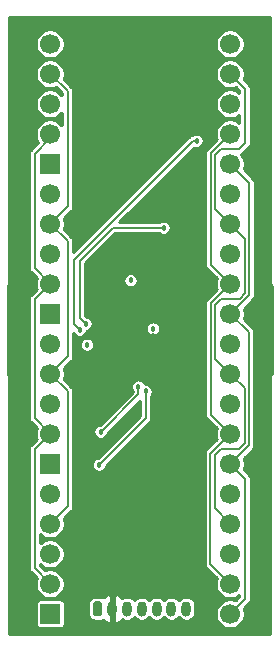
<source format=gbr>
%TF.GenerationSoftware,KiCad,Pcbnew,5.1.9-73d0e3b20d~88~ubuntu20.04.1*%
%TF.CreationDate,2021-03-05T17:28:59-06:00*%
%TF.ProjectId,portalgun-display,706f7274-616c-4677-956e-2d646973706c,rev?*%
%TF.SameCoordinates,Original*%
%TF.FileFunction,Copper,L1,Top*%
%TF.FilePolarity,Positive*%
%FSLAX46Y46*%
G04 Gerber Fmt 4.6, Leading zero omitted, Abs format (unit mm)*
G04 Created by KiCad (PCBNEW 5.1.9-73d0e3b20d~88~ubuntu20.04.1) date 2021-03-05 17:28:59*
%MOMM*%
%LPD*%
G01*
G04 APERTURE LIST*
%TA.AperFunction,ComponentPad*%
%ADD10C,1.700000*%
%TD*%
%TA.AperFunction,ComponentPad*%
%ADD11R,1.700000X1.700000*%
%TD*%
%TA.AperFunction,ComponentPad*%
%ADD12O,0.800000X1.300000*%
%TD*%
%TA.AperFunction,ViaPad*%
%ADD13C,0.457200*%
%TD*%
%TA.AperFunction,Conductor*%
%ADD14C,0.203200*%
%TD*%
%TA.AperFunction,Conductor*%
%ADD15C,0.254000*%
%TD*%
%TA.AperFunction,Conductor*%
%ADD16C,0.100000*%
%TD*%
G04 APERTURE END LIST*
D10*
%TO.P,U6,10*%
%TO.N,/segment_e*%
X135890000Y-100076000D03*
%TO.P,U6,9*%
%TO.N,/segment_d*%
X135890000Y-97536000D03*
%TO.P,U6,8*%
%TO.N,Net-(Q2-Pad3)*%
X135890000Y-94996000D03*
%TO.P,U6,7*%
%TO.N,/segment_c*%
X135890000Y-92456000D03*
%TO.P,U6,6*%
%TO.N,/decimal_point*%
X135890000Y-89916000D03*
%TO.P,U6,5*%
%TO.N,/segment_b*%
X120650000Y-89916000D03*
%TO.P,U6,4*%
%TO.N,/segment_a*%
X120650000Y-92456000D03*
%TO.P,U6,3*%
%TO.N,Net-(U6-Pad3)*%
X120650000Y-94996000D03*
%TO.P,U6,2*%
%TO.N,/segment_f*%
X120650000Y-97536000D03*
D11*
%TO.P,U6,1*%
%TO.N,/segment_g*%
X120650000Y-100076000D03*
%TD*%
D10*
%TO.P,U8,10*%
%TO.N,/segment_e*%
X135890000Y-112776000D03*
%TO.P,U8,9*%
%TO.N,/segment_d*%
X135890000Y-110236000D03*
%TO.P,U8,8*%
%TO.N,Net-(Q3-Pad3)*%
X135890000Y-107696000D03*
%TO.P,U8,7*%
%TO.N,/segment_c*%
X135890000Y-105156000D03*
%TO.P,U8,6*%
%TO.N,/decimal_point*%
X135890000Y-102616000D03*
%TO.P,U8,5*%
%TO.N,/segment_b*%
X120650000Y-102616000D03*
%TO.P,U8,4*%
%TO.N,/segment_a*%
X120650000Y-105156000D03*
%TO.P,U8,3*%
%TO.N,Net-(U8-Pad3)*%
X120650000Y-107696000D03*
%TO.P,U8,2*%
%TO.N,/segment_f*%
X120650000Y-110236000D03*
D11*
%TO.P,U8,1*%
%TO.N,/segment_g*%
X120650000Y-112776000D03*
%TD*%
D10*
%TO.P,U9,10*%
%TO.N,/segment_e*%
X135890000Y-125476000D03*
%TO.P,U9,9*%
%TO.N,/segment_d*%
X135890000Y-122936000D03*
%TO.P,U9,8*%
%TO.N,Net-(Q4-Pad3)*%
X135890000Y-120396000D03*
%TO.P,U9,7*%
%TO.N,/segment_c*%
X135890000Y-117856000D03*
%TO.P,U9,6*%
%TO.N,/decimal_point*%
X135890000Y-115316000D03*
%TO.P,U9,5*%
%TO.N,/segment_b*%
X120650000Y-115316000D03*
%TO.P,U9,4*%
%TO.N,/segment_a*%
X120650000Y-117856000D03*
%TO.P,U9,3*%
%TO.N,Net-(U9-Pad3)*%
X120650000Y-120396000D03*
%TO.P,U9,2*%
%TO.N,/segment_f*%
X120650000Y-122936000D03*
D11*
%TO.P,U9,1*%
%TO.N,/segment_g*%
X120650000Y-125476000D03*
%TD*%
D10*
%TO.P,U5,10*%
%TO.N,/segment_e*%
X135890000Y-87376000D03*
%TO.P,U5,9*%
%TO.N,/segment_d*%
X135890000Y-84836000D03*
%TO.P,U5,8*%
%TO.N,Net-(Q1-Pad3)*%
X135890000Y-82296000D03*
%TO.P,U5,7*%
%TO.N,/segment_c*%
X135890000Y-79756000D03*
%TO.P,U5,6*%
%TO.N,/decimal_point*%
X135890000Y-77216000D03*
%TO.P,U5,5*%
%TO.N,/segment_b*%
X120650000Y-77216000D03*
%TO.P,U5,4*%
%TO.N,/segment_a*%
X120650000Y-79756000D03*
%TO.P,U5,3*%
%TO.N,Net-(U5-Pad3)*%
X120650000Y-82296000D03*
%TO.P,U5,2*%
%TO.N,/segment_f*%
X120650000Y-84836000D03*
D11*
%TO.P,U5,1*%
%TO.N,/segment_g*%
X120650000Y-87376000D03*
%TD*%
D12*
%TO.P,J1,7*%
%TO.N,Net-(J1-Pad7)*%
X132156700Y-125051000D03*
%TO.P,J1,6*%
%TO.N,Net-(J1-Pad6)*%
X130906700Y-125051000D03*
%TO.P,J1,5*%
%TO.N,Net-(J1-Pad5)*%
X129656700Y-125051000D03*
%TO.P,J1,4*%
%TO.N,Net-(J1-Pad4)*%
X128406700Y-125051000D03*
%TO.P,J1,3*%
%TO.N,Net-(J1-Pad3)*%
X127156700Y-125051000D03*
%TO.P,J1,2*%
%TO.N,GND*%
X125906700Y-125051000D03*
%TO.P,J1,1*%
%TO.N,VBAT*%
%TA.AperFunction,ComponentPad*%
G36*
G01*
X124256700Y-125501000D02*
X124256700Y-124601000D01*
G75*
G02*
X124456700Y-124401000I200000J0D01*
G01*
X124856700Y-124401000D01*
G75*
G02*
X125056700Y-124601000I0J-200000D01*
G01*
X125056700Y-125501000D01*
G75*
G02*
X124856700Y-125701000I-200000J0D01*
G01*
X124456700Y-125701000D01*
G75*
G02*
X124256700Y-125501000I0J200000D01*
G01*
G37*
%TD.AperFunction*%
%TD*%
D13*
%TO.N,GND*%
X121608700Y-121749000D03*
X126053700Y-117304000D03*
X129101700Y-117304000D03*
X124656700Y-117304000D03*
X124656700Y-97238000D03*
X123640700Y-102064000D03*
X123767700Y-104604000D03*
X125418700Y-105747000D03*
X124529688Y-105747000D03*
X129367260Y-101942490D03*
X132911700Y-99905000D03*
X127641210Y-117304000D03*
X130244700Y-106001000D03*
X130244700Y-107017000D03*
X133038700Y-107271000D03*
X129990700Y-110319000D03*
X131514700Y-111081000D03*
X131514700Y-114129000D03*
X129990700Y-113621000D03*
X133292700Y-114129000D03*
X133292700Y-111081000D03*
X133038700Y-116923000D03*
X131514700Y-119463000D03*
X127704700Y-121495000D03*
X126180700Y-121495000D03*
X129228700Y-121495000D03*
X122878700Y-121495000D03*
X125164700Y-123527000D03*
X125926700Y-126321000D03*
X126942700Y-96095000D03*
X124402700Y-91269000D03*
X123386700Y-88729000D03*
X131260700Y-85173000D03*
X130244700Y-84157000D03*
%TO.N,VBAT*%
X127450700Y-97238000D03*
X123767700Y-102699000D03*
X129355700Y-101327387D03*
%TO.N,Net-(R27-Pad1)*%
X124783700Y-112859000D03*
X128720700Y-106636000D03*
%TO.N,Net-(R28-Pad1)*%
X128106912Y-106233788D03*
X124910700Y-110065000D03*
%TO.N,/display_en0*%
X123132700Y-101429000D03*
X133038700Y-85427000D03*
%TO.N,/display_en1*%
X123640700Y-100921000D03*
X130244700Y-92793000D03*
%TD*%
D14*
%TO.N,Net-(R27-Pad1)*%
X128720700Y-108922000D02*
X124783700Y-112859000D01*
X128720700Y-106636000D02*
X128720700Y-108922000D01*
%TO.N,Net-(R28-Pad1)*%
X128106912Y-106233788D02*
X128106912Y-106868788D01*
X128106912Y-106868788D02*
X124910700Y-110065000D01*
%TO.N,/display_en0*%
X123132700Y-101429000D02*
X122624700Y-100921000D01*
X122624700Y-100921000D02*
X122624700Y-95517711D01*
X122624700Y-95517711D02*
X132715411Y-85427000D01*
X132715411Y-85427000D02*
X133038700Y-85427000D01*
%TO.N,/display_en1*%
X123640700Y-100921000D02*
X123132700Y-100413000D01*
X123132700Y-100413000D02*
X123132700Y-95587000D01*
X125926700Y-92793000D02*
X130244700Y-92793000D01*
X123132700Y-95587000D02*
X125926700Y-92793000D01*
%TO.N,/segment_a*%
X122116700Y-106622700D02*
X120650000Y-105156000D01*
X122116700Y-116389300D02*
X122116700Y-106622700D01*
X120650000Y-117856000D02*
X122116700Y-116389300D01*
X122116700Y-93922700D02*
X120650000Y-92456000D01*
X122116700Y-103689300D02*
X122116700Y-93922700D01*
X120650000Y-105156000D02*
X122116700Y-103689300D01*
X122116700Y-81222700D02*
X120650000Y-79756000D01*
X122116700Y-90989300D02*
X122116700Y-81222700D01*
X120650000Y-92456000D02*
X122116700Y-90989300D01*
%TO.N,/segment_c*%
X137160000Y-85598000D02*
X137160000Y-81026000D01*
X136652000Y-86106000D02*
X137160000Y-85598000D01*
X135128000Y-86106000D02*
X136652000Y-86106000D01*
X137160000Y-81026000D02*
X135890000Y-79756000D01*
X134620000Y-86614000D02*
X135128000Y-86106000D01*
X134620000Y-91186000D02*
X134620000Y-86614000D01*
X135890000Y-92456000D02*
X134620000Y-91186000D01*
X137160000Y-98328792D02*
X136682792Y-98806000D01*
X134620000Y-99334608D02*
X134620000Y-103886000D01*
X135890000Y-92456000D02*
X137160000Y-93726000D01*
X137160000Y-93726000D02*
X137160000Y-98328792D01*
X136682792Y-98806000D02*
X135148608Y-98806000D01*
X135148608Y-98806000D02*
X134620000Y-99334608D01*
X134620000Y-103886000D02*
X135890000Y-105156000D01*
X134562700Y-112071300D02*
X134562700Y-116528700D01*
X135128000Y-111506000D02*
X134562700Y-112071300D01*
X136652000Y-111506000D02*
X135128000Y-111506000D01*
X137102700Y-111055300D02*
X136652000Y-111506000D01*
X137102700Y-106368700D02*
X137102700Y-111055300D01*
X134562700Y-116528700D02*
X135890000Y-117856000D01*
X135890000Y-105156000D02*
X137102700Y-106368700D01*
%TO.N,/segment_d*%
X135890000Y-84836000D02*
X134264389Y-86461611D01*
X134264389Y-86461611D02*
X134264389Y-95910389D01*
X134264389Y-95910389D02*
X135890000Y-97536000D01*
X134207089Y-121253089D02*
X134207089Y-111918911D01*
X135890000Y-122936000D02*
X134207089Y-121253089D01*
X134207089Y-111918911D02*
X135890000Y-110236000D01*
X134264389Y-99187311D02*
X135890000Y-97561700D01*
X134264389Y-108610389D02*
X134264389Y-99187311D01*
X135890000Y-97561700D02*
X135890000Y-97536000D01*
X135890000Y-110236000D02*
X134264389Y-108610389D01*
%TO.N,/segment_e*%
X137160000Y-114046000D02*
X135890000Y-112776000D01*
X137160000Y-124206000D02*
X137160000Y-114046000D01*
X135890000Y-125476000D02*
X137160000Y-124206000D01*
X135915700Y-100076000D02*
X135890000Y-100076000D01*
X137515611Y-98476089D02*
X135915700Y-100076000D01*
X135890000Y-87376000D02*
X137515611Y-89001611D01*
X137515611Y-89001611D02*
X137515611Y-98476089D01*
X137458311Y-111207689D02*
X137458311Y-101644311D01*
X135890000Y-112776000D02*
X137458311Y-111207689D01*
X137458311Y-101644311D02*
X135890000Y-100076000D01*
%TO.N,/segment_f*%
X119322700Y-111563300D02*
X120650000Y-110236000D01*
X119322700Y-121608700D02*
X119322700Y-111563300D01*
X120650000Y-122936000D02*
X119322700Y-121608700D01*
X119322700Y-98863300D02*
X120650000Y-97536000D01*
X119322700Y-108908700D02*
X119322700Y-98863300D01*
X120650000Y-110236000D02*
X119322700Y-108908700D01*
X120650000Y-85218798D02*
X120650000Y-84836000D01*
X119322700Y-86546098D02*
X120650000Y-85218798D01*
X119322700Y-96208700D02*
X119322700Y-86546098D01*
X120650000Y-97536000D02*
X119322700Y-96208700D01*
%TD*%
D15*
%TO.N,GND*%
X139236700Y-97345059D02*
X139234736Y-97365000D01*
X139242575Y-97444590D01*
X139265790Y-97521121D01*
X139303490Y-97591653D01*
X139354226Y-97653474D01*
X139416047Y-97704210D01*
X139446000Y-97720220D01*
X139446000Y-105137780D01*
X139416047Y-105153790D01*
X139354226Y-105204526D01*
X139303490Y-105266347D01*
X139265790Y-105336879D01*
X139242575Y-105413410D01*
X139234736Y-105493000D01*
X139236701Y-105512951D01*
X139236700Y-127185000D01*
X117188700Y-127185000D01*
X117188700Y-124626000D01*
X119417157Y-124626000D01*
X119417157Y-126326000D01*
X119424513Y-126400689D01*
X119446299Y-126472508D01*
X119481678Y-126538696D01*
X119529289Y-126596711D01*
X119587304Y-126644322D01*
X119653492Y-126679701D01*
X119725311Y-126701487D01*
X119800000Y-126708843D01*
X121500000Y-126708843D01*
X121574689Y-126701487D01*
X121646508Y-126679701D01*
X121712696Y-126644322D01*
X121770711Y-126596711D01*
X121818322Y-126538696D01*
X121853701Y-126472508D01*
X121875487Y-126400689D01*
X121882843Y-126326000D01*
X121882843Y-124626000D01*
X121880381Y-124601000D01*
X123873857Y-124601000D01*
X123873857Y-125501000D01*
X123885056Y-125614707D01*
X123918223Y-125724044D01*
X123972084Y-125824810D01*
X124044568Y-125913132D01*
X124132890Y-125985616D01*
X124233656Y-126039477D01*
X124342993Y-126072644D01*
X124456700Y-126083843D01*
X124856700Y-126083843D01*
X124970407Y-126072644D01*
X125079744Y-126039477D01*
X125137800Y-126008445D01*
X125194417Y-126072112D01*
X125358540Y-126196255D01*
X125543728Y-126285994D01*
X125620577Y-126295666D01*
X125779700Y-126167998D01*
X125779700Y-125178000D01*
X125759700Y-125178000D01*
X125759700Y-124924000D01*
X125779700Y-124924000D01*
X125779700Y-123934002D01*
X126033700Y-123934002D01*
X126033700Y-124924000D01*
X126053700Y-124924000D01*
X126053700Y-125178000D01*
X126033700Y-125178000D01*
X126033700Y-126167998D01*
X126192823Y-126295666D01*
X126269672Y-126285994D01*
X126454860Y-126196255D01*
X126618983Y-126072112D01*
X126723239Y-125954875D01*
X126856379Y-126026040D01*
X127003598Y-126070699D01*
X127156700Y-126085778D01*
X127309803Y-126070699D01*
X127457022Y-126026040D01*
X127592699Y-125953519D01*
X127711622Y-125855922D01*
X127781700Y-125770531D01*
X127851779Y-125855922D01*
X127970702Y-125953519D01*
X128106379Y-126026040D01*
X128253598Y-126070699D01*
X128406700Y-126085778D01*
X128559803Y-126070699D01*
X128707022Y-126026040D01*
X128842699Y-125953519D01*
X128961622Y-125855922D01*
X129031700Y-125770531D01*
X129101779Y-125855922D01*
X129220702Y-125953519D01*
X129356379Y-126026040D01*
X129503598Y-126070699D01*
X129656700Y-126085778D01*
X129809803Y-126070699D01*
X129957022Y-126026040D01*
X130092699Y-125953519D01*
X130211622Y-125855922D01*
X130281700Y-125770531D01*
X130351779Y-125855922D01*
X130470702Y-125953519D01*
X130606379Y-126026040D01*
X130753598Y-126070699D01*
X130906700Y-126085778D01*
X131059803Y-126070699D01*
X131207022Y-126026040D01*
X131342699Y-125953519D01*
X131461622Y-125855922D01*
X131531700Y-125770531D01*
X131601779Y-125855922D01*
X131720702Y-125953519D01*
X131856379Y-126026040D01*
X132003598Y-126070699D01*
X132156700Y-126085778D01*
X132309803Y-126070699D01*
X132457022Y-126026040D01*
X132592699Y-125953519D01*
X132711622Y-125855922D01*
X132809219Y-125736999D01*
X132881740Y-125601322D01*
X132926399Y-125454103D01*
X132937700Y-125339360D01*
X132937700Y-124762640D01*
X132926399Y-124647897D01*
X132881740Y-124500678D01*
X132809219Y-124365001D01*
X132711622Y-124246078D01*
X132592698Y-124148481D01*
X132457021Y-124075960D01*
X132309802Y-124031301D01*
X132156700Y-124016222D01*
X132003597Y-124031301D01*
X131856378Y-124075960D01*
X131720701Y-124148481D01*
X131601778Y-124246078D01*
X131531700Y-124331469D01*
X131461622Y-124246078D01*
X131342698Y-124148481D01*
X131207021Y-124075960D01*
X131059802Y-124031301D01*
X130906700Y-124016222D01*
X130753597Y-124031301D01*
X130606378Y-124075960D01*
X130470701Y-124148481D01*
X130351778Y-124246078D01*
X130281700Y-124331469D01*
X130211622Y-124246078D01*
X130092698Y-124148481D01*
X129957021Y-124075960D01*
X129809802Y-124031301D01*
X129656700Y-124016222D01*
X129503597Y-124031301D01*
X129356378Y-124075960D01*
X129220701Y-124148481D01*
X129101778Y-124246078D01*
X129031700Y-124331469D01*
X128961622Y-124246078D01*
X128842698Y-124148481D01*
X128707021Y-124075960D01*
X128559802Y-124031301D01*
X128406700Y-124016222D01*
X128253597Y-124031301D01*
X128106378Y-124075960D01*
X127970701Y-124148481D01*
X127851778Y-124246078D01*
X127781700Y-124331469D01*
X127711622Y-124246078D01*
X127592698Y-124148481D01*
X127457021Y-124075960D01*
X127309802Y-124031301D01*
X127156700Y-124016222D01*
X127003597Y-124031301D01*
X126856378Y-124075960D01*
X126723239Y-124147124D01*
X126618983Y-124029888D01*
X126454860Y-123905745D01*
X126269672Y-123816006D01*
X126192823Y-123806334D01*
X126033700Y-123934002D01*
X125779700Y-123934002D01*
X125620577Y-123806334D01*
X125543728Y-123816006D01*
X125358540Y-123905745D01*
X125194417Y-124029888D01*
X125137800Y-124093555D01*
X125079744Y-124062523D01*
X124970407Y-124029356D01*
X124856700Y-124018157D01*
X124456700Y-124018157D01*
X124342993Y-124029356D01*
X124233656Y-124062523D01*
X124132890Y-124116384D01*
X124044568Y-124188868D01*
X123972084Y-124277190D01*
X123918223Y-124377956D01*
X123885056Y-124487293D01*
X123873857Y-124601000D01*
X121880381Y-124601000D01*
X121875487Y-124551311D01*
X121853701Y-124479492D01*
X121818322Y-124413304D01*
X121770711Y-124355289D01*
X121712696Y-124307678D01*
X121646508Y-124272299D01*
X121574689Y-124250513D01*
X121500000Y-124243157D01*
X119800000Y-124243157D01*
X119725311Y-124250513D01*
X119653492Y-124272299D01*
X119587304Y-124307678D01*
X119529289Y-124355289D01*
X119481678Y-124413304D01*
X119446299Y-124479492D01*
X119424513Y-124551311D01*
X119417157Y-124626000D01*
X117188700Y-124626000D01*
X117188700Y-105512941D01*
X117190664Y-105493000D01*
X117182825Y-105413410D01*
X117159610Y-105336879D01*
X117121910Y-105266347D01*
X117094000Y-105232339D01*
X117094000Y-97625661D01*
X117121910Y-97591653D01*
X117159610Y-97521121D01*
X117182825Y-97444590D01*
X117188700Y-97384941D01*
X117188700Y-97384940D01*
X117190664Y-97365000D01*
X117188700Y-97345059D01*
X117188700Y-86546098D01*
X118837765Y-86546098D01*
X118840101Y-86569813D01*
X118840100Y-96184995D01*
X118837765Y-96208700D01*
X118840100Y-96232405D01*
X118840100Y-96232406D01*
X118847083Y-96303305D01*
X118874678Y-96394276D01*
X118919491Y-96478115D01*
X118979799Y-96551601D01*
X118998218Y-96566717D01*
X119507934Y-97076434D01*
X119466307Y-97176931D01*
X119419000Y-97414757D01*
X119419000Y-97657243D01*
X119466307Y-97895069D01*
X119507934Y-97995566D01*
X118998213Y-98505288D01*
X118979800Y-98520399D01*
X118964689Y-98538812D01*
X118964687Y-98538814D01*
X118919492Y-98593885D01*
X118874678Y-98677724D01*
X118847084Y-98768694D01*
X118837765Y-98863300D01*
X118840101Y-98887015D01*
X118840100Y-108884995D01*
X118837765Y-108908700D01*
X118840100Y-108932405D01*
X118840100Y-108932406D01*
X118847083Y-109003305D01*
X118874678Y-109094276D01*
X118919491Y-109178115D01*
X118979799Y-109251601D01*
X118998218Y-109266717D01*
X119507934Y-109776434D01*
X119466307Y-109876931D01*
X119419000Y-110114757D01*
X119419000Y-110357243D01*
X119466307Y-110595069D01*
X119507934Y-110695566D01*
X118998213Y-111205288D01*
X118979800Y-111220399D01*
X118964689Y-111238812D01*
X118964687Y-111238814D01*
X118919492Y-111293885D01*
X118874678Y-111377724D01*
X118847084Y-111468694D01*
X118837765Y-111563300D01*
X118840101Y-111587015D01*
X118840100Y-121584995D01*
X118837765Y-121608700D01*
X118840100Y-121632405D01*
X118840100Y-121632406D01*
X118847083Y-121703305D01*
X118874678Y-121794276D01*
X118919491Y-121878115D01*
X118979799Y-121951601D01*
X118998218Y-121966717D01*
X119507934Y-122476434D01*
X119466307Y-122576931D01*
X119419000Y-122814757D01*
X119419000Y-123057243D01*
X119466307Y-123295069D01*
X119559102Y-123519097D01*
X119693820Y-123720717D01*
X119865283Y-123892180D01*
X120066903Y-124026898D01*
X120290931Y-124119693D01*
X120528757Y-124167000D01*
X120771243Y-124167000D01*
X121009069Y-124119693D01*
X121233097Y-124026898D01*
X121434717Y-123892180D01*
X121606180Y-123720717D01*
X121740898Y-123519097D01*
X121833693Y-123295069D01*
X121881000Y-123057243D01*
X121881000Y-122814757D01*
X121833693Y-122576931D01*
X121740898Y-122352903D01*
X121606180Y-122151283D01*
X121434717Y-121979820D01*
X121233097Y-121845102D01*
X121009069Y-121752307D01*
X120771243Y-121705000D01*
X120528757Y-121705000D01*
X120290931Y-121752307D01*
X120190434Y-121793934D01*
X119805300Y-121408801D01*
X119805300Y-121292197D01*
X119865283Y-121352180D01*
X120066903Y-121486898D01*
X120290931Y-121579693D01*
X120528757Y-121627000D01*
X120771243Y-121627000D01*
X121009069Y-121579693D01*
X121233097Y-121486898D01*
X121434717Y-121352180D01*
X121606180Y-121180717D01*
X121740898Y-120979097D01*
X121833693Y-120755069D01*
X121881000Y-120517243D01*
X121881000Y-120274757D01*
X121833693Y-120036931D01*
X121740898Y-119812903D01*
X121606180Y-119611283D01*
X121434717Y-119439820D01*
X121233097Y-119305102D01*
X121009069Y-119212307D01*
X120771243Y-119165000D01*
X120528757Y-119165000D01*
X120290931Y-119212307D01*
X120066903Y-119305102D01*
X119865283Y-119439820D01*
X119805300Y-119499803D01*
X119805300Y-118752197D01*
X119865283Y-118812180D01*
X120066903Y-118946898D01*
X120290931Y-119039693D01*
X120528757Y-119087000D01*
X120771243Y-119087000D01*
X121009069Y-119039693D01*
X121233097Y-118946898D01*
X121434717Y-118812180D01*
X121606180Y-118640717D01*
X121740898Y-118439097D01*
X121833693Y-118215069D01*
X121881000Y-117977243D01*
X121881000Y-117734757D01*
X121833693Y-117496931D01*
X121792066Y-117396434D01*
X122441188Y-116747312D01*
X122459601Y-116732201D01*
X122519909Y-116658715D01*
X122564722Y-116574877D01*
X122592317Y-116483906D01*
X122599300Y-116413007D01*
X122599300Y-116413006D01*
X122601635Y-116389301D01*
X122599300Y-116365596D01*
X122599300Y-112798960D01*
X124174100Y-112798960D01*
X124174100Y-112919040D01*
X124197526Y-113036814D01*
X124243479Y-113147754D01*
X124310192Y-113247598D01*
X124395102Y-113332508D01*
X124494946Y-113399221D01*
X124605886Y-113445174D01*
X124723660Y-113468600D01*
X124843740Y-113468600D01*
X124961514Y-113445174D01*
X125072454Y-113399221D01*
X125172298Y-113332508D01*
X125257208Y-113247598D01*
X125323921Y-113147754D01*
X125369874Y-113036814D01*
X125390107Y-112935092D01*
X126406288Y-111918911D01*
X133722154Y-111918911D01*
X133724490Y-111942626D01*
X133724489Y-121229384D01*
X133722154Y-121253089D01*
X133724489Y-121276794D01*
X133724489Y-121276795D01*
X133731472Y-121347694D01*
X133759067Y-121438665D01*
X133803880Y-121522504D01*
X133864188Y-121595990D01*
X133882607Y-121611106D01*
X134747934Y-122476434D01*
X134706307Y-122576931D01*
X134659000Y-122814757D01*
X134659000Y-123057243D01*
X134706307Y-123295069D01*
X134799102Y-123519097D01*
X134933820Y-123720717D01*
X135105283Y-123892180D01*
X135306903Y-124026898D01*
X135530931Y-124119693D01*
X135768757Y-124167000D01*
X136011243Y-124167000D01*
X136249069Y-124119693D01*
X136473097Y-124026898D01*
X136674717Y-123892180D01*
X136677400Y-123889497D01*
X136677400Y-124006101D01*
X136349567Y-124333934D01*
X136249069Y-124292307D01*
X136011243Y-124245000D01*
X135768757Y-124245000D01*
X135530931Y-124292307D01*
X135306903Y-124385102D01*
X135105283Y-124519820D01*
X134933820Y-124691283D01*
X134799102Y-124892903D01*
X134706307Y-125116931D01*
X134659000Y-125354757D01*
X134659000Y-125597243D01*
X134706307Y-125835069D01*
X134799102Y-126059097D01*
X134933820Y-126260717D01*
X135105283Y-126432180D01*
X135306903Y-126566898D01*
X135530931Y-126659693D01*
X135768757Y-126707000D01*
X136011243Y-126707000D01*
X136249069Y-126659693D01*
X136473097Y-126566898D01*
X136674717Y-126432180D01*
X136846180Y-126260717D01*
X136980898Y-126059097D01*
X137073693Y-125835069D01*
X137121000Y-125597243D01*
X137121000Y-125354757D01*
X137073693Y-125116931D01*
X137032066Y-125016433D01*
X137484482Y-124564017D01*
X137502901Y-124548901D01*
X137563209Y-124475415D01*
X137608022Y-124391577D01*
X137635617Y-124300606D01*
X137642600Y-124229707D01*
X137642600Y-124229706D01*
X137644935Y-124206001D01*
X137642600Y-124182296D01*
X137642600Y-114069704D01*
X137644935Y-114045999D01*
X137641275Y-114008843D01*
X137635617Y-113951394D01*
X137608022Y-113860423D01*
X137563209Y-113776585D01*
X137502901Y-113703099D01*
X137484482Y-113687983D01*
X137032066Y-113235567D01*
X137073693Y-113135069D01*
X137121000Y-112897243D01*
X137121000Y-112654757D01*
X137073693Y-112416931D01*
X137032066Y-112316434D01*
X137782799Y-111565701D01*
X137801212Y-111550590D01*
X137861520Y-111477104D01*
X137906333Y-111393266D01*
X137910422Y-111379787D01*
X137933928Y-111302296D01*
X137943246Y-111207689D01*
X137940911Y-111183982D01*
X137940911Y-101668018D01*
X137943246Y-101644311D01*
X137933928Y-101549704D01*
X137906333Y-101458734D01*
X137873130Y-101396617D01*
X137861520Y-101374896D01*
X137801212Y-101301410D01*
X137782799Y-101286299D01*
X137032066Y-100535566D01*
X137073693Y-100435069D01*
X137121000Y-100197243D01*
X137121000Y-99954757D01*
X137073693Y-99716931D01*
X137039593Y-99634606D01*
X137840099Y-98834101D01*
X137858512Y-98818990D01*
X137918820Y-98745504D01*
X137963633Y-98661666D01*
X137966177Y-98653279D01*
X137991228Y-98570696D01*
X138000546Y-98476089D01*
X137998211Y-98452382D01*
X137998211Y-89025315D01*
X138000546Y-89001610D01*
X137996430Y-88959820D01*
X137991228Y-88907005D01*
X137963633Y-88816034D01*
X137918820Y-88732196D01*
X137858512Y-88658710D01*
X137840099Y-88643599D01*
X137032066Y-87835566D01*
X137073693Y-87735069D01*
X137121000Y-87497243D01*
X137121000Y-87254757D01*
X137073693Y-87016931D01*
X136980898Y-86792903D01*
X136846180Y-86591283D01*
X136815589Y-86560692D01*
X136837577Y-86554022D01*
X136921415Y-86509209D01*
X136994901Y-86448901D01*
X137010017Y-86430482D01*
X137484482Y-85956017D01*
X137502901Y-85940901D01*
X137563209Y-85867415D01*
X137608022Y-85783577D01*
X137635617Y-85692606D01*
X137642600Y-85621707D01*
X137642600Y-85621698D01*
X137644934Y-85598001D01*
X137642600Y-85574304D01*
X137642600Y-81049704D01*
X137644935Y-81025999D01*
X137642600Y-81002293D01*
X137635617Y-80931394D01*
X137608022Y-80840423D01*
X137563209Y-80756585D01*
X137502901Y-80683099D01*
X137484482Y-80667983D01*
X137032066Y-80215567D01*
X137073693Y-80115069D01*
X137121000Y-79877243D01*
X137121000Y-79634757D01*
X137073693Y-79396931D01*
X136980898Y-79172903D01*
X136846180Y-78971283D01*
X136674717Y-78799820D01*
X136473097Y-78665102D01*
X136249069Y-78572307D01*
X136011243Y-78525000D01*
X135768757Y-78525000D01*
X135530931Y-78572307D01*
X135306903Y-78665102D01*
X135105283Y-78799820D01*
X134933820Y-78971283D01*
X134799102Y-79172903D01*
X134706307Y-79396931D01*
X134659000Y-79634757D01*
X134659000Y-79877243D01*
X134706307Y-80115069D01*
X134799102Y-80339097D01*
X134933820Y-80540717D01*
X135105283Y-80712180D01*
X135306903Y-80846898D01*
X135530931Y-80939693D01*
X135768757Y-80987000D01*
X136011243Y-80987000D01*
X136249069Y-80939693D01*
X136349567Y-80898066D01*
X136677401Y-81225900D01*
X136677401Y-81342504D01*
X136674717Y-81339820D01*
X136473097Y-81205102D01*
X136249069Y-81112307D01*
X136011243Y-81065000D01*
X135768757Y-81065000D01*
X135530931Y-81112307D01*
X135306903Y-81205102D01*
X135105283Y-81339820D01*
X134933820Y-81511283D01*
X134799102Y-81712903D01*
X134706307Y-81936931D01*
X134659000Y-82174757D01*
X134659000Y-82417243D01*
X134706307Y-82655069D01*
X134799102Y-82879097D01*
X134933820Y-83080717D01*
X135105283Y-83252180D01*
X135306903Y-83386898D01*
X135530931Y-83479693D01*
X135768757Y-83527000D01*
X136011243Y-83527000D01*
X136249069Y-83479693D01*
X136473097Y-83386898D01*
X136674717Y-83252180D01*
X136677401Y-83249496D01*
X136677400Y-83882503D01*
X136674717Y-83879820D01*
X136473097Y-83745102D01*
X136249069Y-83652307D01*
X136011243Y-83605000D01*
X135768757Y-83605000D01*
X135530931Y-83652307D01*
X135306903Y-83745102D01*
X135105283Y-83879820D01*
X134933820Y-84051283D01*
X134799102Y-84252903D01*
X134706307Y-84476931D01*
X134659000Y-84714757D01*
X134659000Y-84957243D01*
X134706307Y-85195069D01*
X134747934Y-85295566D01*
X133939907Y-86103594D01*
X133921488Y-86118710D01*
X133861180Y-86192196D01*
X133816367Y-86276035D01*
X133788772Y-86367006D01*
X133782723Y-86428423D01*
X133779454Y-86461611D01*
X133781789Y-86485316D01*
X133781790Y-95886674D01*
X133779454Y-95910389D01*
X133788773Y-96004995D01*
X133816367Y-96095965D01*
X133861122Y-96179693D01*
X133861181Y-96179804D01*
X133921489Y-96253290D01*
X133939902Y-96268401D01*
X134747934Y-97076434D01*
X134706307Y-97176931D01*
X134659000Y-97414757D01*
X134659000Y-97657243D01*
X134706307Y-97895069D01*
X134755461Y-98013739D01*
X133939902Y-98829299D01*
X133921489Y-98844410D01*
X133906378Y-98862823D01*
X133906376Y-98862825D01*
X133861181Y-98917896D01*
X133816367Y-99001735D01*
X133788773Y-99092705D01*
X133779454Y-99187311D01*
X133781790Y-99211026D01*
X133781789Y-108586684D01*
X133779454Y-108610389D01*
X133781789Y-108634094D01*
X133781789Y-108634095D01*
X133788772Y-108704994D01*
X133816367Y-108795965D01*
X133861180Y-108879804D01*
X133921488Y-108953290D01*
X133939907Y-108968406D01*
X134747934Y-109776434D01*
X134706307Y-109876931D01*
X134659000Y-110114757D01*
X134659000Y-110357243D01*
X134706307Y-110595069D01*
X134747934Y-110695566D01*
X133882602Y-111560899D01*
X133864189Y-111576010D01*
X133849078Y-111594423D01*
X133849076Y-111594425D01*
X133803881Y-111649496D01*
X133759067Y-111733335D01*
X133731473Y-111824305D01*
X133722154Y-111918911D01*
X126406288Y-111918911D01*
X129045188Y-109280012D01*
X129063601Y-109264901D01*
X129123909Y-109191415D01*
X129168722Y-109107577D01*
X129196317Y-109016606D01*
X129203300Y-108945707D01*
X129205635Y-108922000D01*
X129203300Y-108898293D01*
X129203300Y-107010991D01*
X129260921Y-106924754D01*
X129306874Y-106813814D01*
X129330300Y-106696040D01*
X129330300Y-106575960D01*
X129306874Y-106458186D01*
X129260921Y-106347246D01*
X129194208Y-106247402D01*
X129109298Y-106162492D01*
X129009454Y-106095779D01*
X128898514Y-106049826D01*
X128780740Y-106026400D01*
X128680836Y-106026400D01*
X128647133Y-105945034D01*
X128580420Y-105845190D01*
X128495510Y-105760280D01*
X128395666Y-105693567D01*
X128284726Y-105647614D01*
X128166952Y-105624188D01*
X128046872Y-105624188D01*
X127929098Y-105647614D01*
X127818158Y-105693567D01*
X127718314Y-105760280D01*
X127633404Y-105845190D01*
X127566691Y-105945034D01*
X127520738Y-106055974D01*
X127497312Y-106173748D01*
X127497312Y-106293828D01*
X127520738Y-106411602D01*
X127566691Y-106522542D01*
X127624313Y-106608780D01*
X127624313Y-106668888D01*
X124834608Y-109458593D01*
X124732886Y-109478826D01*
X124621946Y-109524779D01*
X124522102Y-109591492D01*
X124437192Y-109676402D01*
X124370479Y-109776246D01*
X124324526Y-109887186D01*
X124301100Y-110004960D01*
X124301100Y-110125040D01*
X124324526Y-110242814D01*
X124370479Y-110353754D01*
X124437192Y-110453598D01*
X124522102Y-110538508D01*
X124621946Y-110605221D01*
X124732886Y-110651174D01*
X124850660Y-110674600D01*
X124970740Y-110674600D01*
X125088514Y-110651174D01*
X125199454Y-110605221D01*
X125299298Y-110538508D01*
X125384208Y-110453598D01*
X125450921Y-110353754D01*
X125496874Y-110242814D01*
X125517107Y-110141092D01*
X128238100Y-107420099D01*
X128238101Y-108722099D01*
X124707608Y-112252593D01*
X124605886Y-112272826D01*
X124494946Y-112318779D01*
X124395102Y-112385492D01*
X124310192Y-112470402D01*
X124243479Y-112570246D01*
X124197526Y-112681186D01*
X124174100Y-112798960D01*
X122599300Y-112798960D01*
X122599300Y-106646404D01*
X122601635Y-106622699D01*
X122597031Y-106575960D01*
X122592317Y-106528094D01*
X122564722Y-106437123D01*
X122519909Y-106353285D01*
X122459601Y-106279799D01*
X122441188Y-106264688D01*
X121792066Y-105615566D01*
X121833693Y-105515069D01*
X121881000Y-105277243D01*
X121881000Y-105034757D01*
X121833693Y-104796931D01*
X121792066Y-104696434D01*
X122441188Y-104047312D01*
X122459601Y-104032201D01*
X122519909Y-103958715D01*
X122564722Y-103874877D01*
X122592317Y-103783906D01*
X122599300Y-103713007D01*
X122599300Y-103713006D01*
X122601635Y-103689301D01*
X122599300Y-103665596D01*
X122599300Y-102638960D01*
X123158100Y-102638960D01*
X123158100Y-102759040D01*
X123181526Y-102876814D01*
X123227479Y-102987754D01*
X123294192Y-103087598D01*
X123379102Y-103172508D01*
X123478946Y-103239221D01*
X123589886Y-103285174D01*
X123707660Y-103308600D01*
X123827740Y-103308600D01*
X123945514Y-103285174D01*
X124056454Y-103239221D01*
X124156298Y-103172508D01*
X124241208Y-103087598D01*
X124307921Y-102987754D01*
X124353874Y-102876814D01*
X124377300Y-102759040D01*
X124377300Y-102638960D01*
X124353874Y-102521186D01*
X124307921Y-102410246D01*
X124241208Y-102310402D01*
X124156298Y-102225492D01*
X124056454Y-102158779D01*
X123945514Y-102112826D01*
X123827740Y-102089400D01*
X123707660Y-102089400D01*
X123589886Y-102112826D01*
X123478946Y-102158779D01*
X123379102Y-102225492D01*
X123294192Y-102310402D01*
X123227479Y-102410246D01*
X123181526Y-102521186D01*
X123158100Y-102638960D01*
X122599300Y-102638960D01*
X122599300Y-101727962D01*
X122659192Y-101817598D01*
X122744102Y-101902508D01*
X122843946Y-101969221D01*
X122954886Y-102015174D01*
X123072660Y-102038600D01*
X123192740Y-102038600D01*
X123310514Y-102015174D01*
X123421454Y-101969221D01*
X123521298Y-101902508D01*
X123606208Y-101817598D01*
X123672921Y-101717754D01*
X123718874Y-101606814D01*
X123735405Y-101523705D01*
X123818514Y-101507174D01*
X123929454Y-101461221D01*
X124029298Y-101394508D01*
X124114208Y-101309598D01*
X124142438Y-101267347D01*
X128746100Y-101267347D01*
X128746100Y-101387427D01*
X128769526Y-101505201D01*
X128815479Y-101616141D01*
X128882192Y-101715985D01*
X128967102Y-101800895D01*
X129066946Y-101867608D01*
X129177886Y-101913561D01*
X129295660Y-101936987D01*
X129415740Y-101936987D01*
X129533514Y-101913561D01*
X129644454Y-101867608D01*
X129744298Y-101800895D01*
X129829208Y-101715985D01*
X129895921Y-101616141D01*
X129941874Y-101505201D01*
X129965300Y-101387427D01*
X129965300Y-101267347D01*
X129941874Y-101149573D01*
X129895921Y-101038633D01*
X129829208Y-100938789D01*
X129744298Y-100853879D01*
X129644454Y-100787166D01*
X129533514Y-100741213D01*
X129415740Y-100717787D01*
X129295660Y-100717787D01*
X129177886Y-100741213D01*
X129066946Y-100787166D01*
X128967102Y-100853879D01*
X128882192Y-100938789D01*
X128815479Y-101038633D01*
X128769526Y-101149573D01*
X128746100Y-101267347D01*
X124142438Y-101267347D01*
X124180921Y-101209754D01*
X124226874Y-101098814D01*
X124250300Y-100981040D01*
X124250300Y-100860960D01*
X124226874Y-100743186D01*
X124180921Y-100632246D01*
X124114208Y-100532402D01*
X124029298Y-100447492D01*
X123929454Y-100380779D01*
X123818514Y-100334826D01*
X123716792Y-100314593D01*
X123615300Y-100213101D01*
X123615300Y-97177960D01*
X126841100Y-97177960D01*
X126841100Y-97298040D01*
X126864526Y-97415814D01*
X126910479Y-97526754D01*
X126977192Y-97626598D01*
X127062102Y-97711508D01*
X127161946Y-97778221D01*
X127272886Y-97824174D01*
X127390660Y-97847600D01*
X127510740Y-97847600D01*
X127628514Y-97824174D01*
X127739454Y-97778221D01*
X127839298Y-97711508D01*
X127924208Y-97626598D01*
X127990921Y-97526754D01*
X128036874Y-97415814D01*
X128060300Y-97298040D01*
X128060300Y-97177960D01*
X128036874Y-97060186D01*
X127990921Y-96949246D01*
X127924208Y-96849402D01*
X127839298Y-96764492D01*
X127739454Y-96697779D01*
X127628514Y-96651826D01*
X127510740Y-96628400D01*
X127390660Y-96628400D01*
X127272886Y-96651826D01*
X127161946Y-96697779D01*
X127062102Y-96764492D01*
X126977192Y-96849402D01*
X126910479Y-96949246D01*
X126864526Y-97060186D01*
X126841100Y-97177960D01*
X123615300Y-97177960D01*
X123615300Y-95786899D01*
X126126600Y-93275600D01*
X129869709Y-93275600D01*
X129955946Y-93333221D01*
X130066886Y-93379174D01*
X130184660Y-93402600D01*
X130304740Y-93402600D01*
X130422514Y-93379174D01*
X130533454Y-93333221D01*
X130633298Y-93266508D01*
X130718208Y-93181598D01*
X130784921Y-93081754D01*
X130830874Y-92970814D01*
X130854300Y-92853040D01*
X130854300Y-92732960D01*
X130830874Y-92615186D01*
X130784921Y-92504246D01*
X130718208Y-92404402D01*
X130633298Y-92319492D01*
X130533454Y-92252779D01*
X130422514Y-92206826D01*
X130304740Y-92183400D01*
X130184660Y-92183400D01*
X130066886Y-92206826D01*
X129955946Y-92252779D01*
X129869709Y-92310400D01*
X126514510Y-92310400D01*
X132826132Y-85998778D01*
X132860886Y-86013174D01*
X132978660Y-86036600D01*
X133098740Y-86036600D01*
X133216514Y-86013174D01*
X133327454Y-85967221D01*
X133427298Y-85900508D01*
X133512208Y-85815598D01*
X133578921Y-85715754D01*
X133624874Y-85604814D01*
X133648300Y-85487040D01*
X133648300Y-85366960D01*
X133624874Y-85249186D01*
X133578921Y-85138246D01*
X133512208Y-85038402D01*
X133427298Y-84953492D01*
X133327454Y-84886779D01*
X133216514Y-84840826D01*
X133098740Y-84817400D01*
X132978660Y-84817400D01*
X132860886Y-84840826D01*
X132749946Y-84886779D01*
X132658869Y-84947634D01*
X132620805Y-84951383D01*
X132529834Y-84978978D01*
X132445996Y-85023791D01*
X132372510Y-85084099D01*
X132357394Y-85102518D01*
X122599300Y-94860612D01*
X122599300Y-93946404D01*
X122601635Y-93922699D01*
X122599300Y-93898993D01*
X122592317Y-93828094D01*
X122564722Y-93737123D01*
X122519909Y-93653285D01*
X122459601Y-93579799D01*
X122441188Y-93564688D01*
X121792066Y-92915566D01*
X121833693Y-92815069D01*
X121881000Y-92577243D01*
X121881000Y-92334757D01*
X121833693Y-92096931D01*
X121792066Y-91996434D01*
X122441188Y-91347312D01*
X122459601Y-91332201D01*
X122519909Y-91258715D01*
X122564722Y-91174877D01*
X122592317Y-91083906D01*
X122599300Y-91013007D01*
X122599300Y-91013006D01*
X122601635Y-90989301D01*
X122599300Y-90965596D01*
X122599300Y-81246404D01*
X122601635Y-81222699D01*
X122599300Y-81198993D01*
X122592317Y-81128094D01*
X122564722Y-81037123D01*
X122519909Y-80953285D01*
X122459601Y-80879799D01*
X122441188Y-80864688D01*
X121792066Y-80215566D01*
X121833693Y-80115069D01*
X121881000Y-79877243D01*
X121881000Y-79634757D01*
X121833693Y-79396931D01*
X121740898Y-79172903D01*
X121606180Y-78971283D01*
X121434717Y-78799820D01*
X121233097Y-78665102D01*
X121009069Y-78572307D01*
X120771243Y-78525000D01*
X120528757Y-78525000D01*
X120290931Y-78572307D01*
X120066903Y-78665102D01*
X119865283Y-78799820D01*
X119693820Y-78971283D01*
X119559102Y-79172903D01*
X119466307Y-79396931D01*
X119419000Y-79634757D01*
X119419000Y-79877243D01*
X119466307Y-80115069D01*
X119559102Y-80339097D01*
X119693820Y-80540717D01*
X119865283Y-80712180D01*
X120066903Y-80846898D01*
X120290931Y-80939693D01*
X120528757Y-80987000D01*
X120771243Y-80987000D01*
X121009069Y-80939693D01*
X121109566Y-80898066D01*
X121634101Y-81422601D01*
X121634101Y-81553070D01*
X121606180Y-81511283D01*
X121434717Y-81339820D01*
X121233097Y-81205102D01*
X121009069Y-81112307D01*
X120771243Y-81065000D01*
X120528757Y-81065000D01*
X120290931Y-81112307D01*
X120066903Y-81205102D01*
X119865283Y-81339820D01*
X119693820Y-81511283D01*
X119559102Y-81712903D01*
X119466307Y-81936931D01*
X119419000Y-82174757D01*
X119419000Y-82417243D01*
X119466307Y-82655069D01*
X119559102Y-82879097D01*
X119693820Y-83080717D01*
X119865283Y-83252180D01*
X120066903Y-83386898D01*
X120290931Y-83479693D01*
X120528757Y-83527000D01*
X120771243Y-83527000D01*
X121009069Y-83479693D01*
X121233097Y-83386898D01*
X121434717Y-83252180D01*
X121606180Y-83080717D01*
X121634101Y-83038930D01*
X121634101Y-84093069D01*
X121606180Y-84051283D01*
X121434717Y-83879820D01*
X121233097Y-83745102D01*
X121009069Y-83652307D01*
X120771243Y-83605000D01*
X120528757Y-83605000D01*
X120290931Y-83652307D01*
X120066903Y-83745102D01*
X119865283Y-83879820D01*
X119693820Y-84051283D01*
X119559102Y-84252903D01*
X119466307Y-84476931D01*
X119419000Y-84714757D01*
X119419000Y-84957243D01*
X119466307Y-85195069D01*
X119559102Y-85419097D01*
X119642455Y-85543844D01*
X118998213Y-86188086D01*
X118979800Y-86203197D01*
X118964689Y-86221610D01*
X118964687Y-86221612D01*
X118919492Y-86276683D01*
X118874678Y-86360522D01*
X118847084Y-86451492D01*
X118837765Y-86546098D01*
X117188700Y-86546098D01*
X117188700Y-77094757D01*
X119419000Y-77094757D01*
X119419000Y-77337243D01*
X119466307Y-77575069D01*
X119559102Y-77799097D01*
X119693820Y-78000717D01*
X119865283Y-78172180D01*
X120066903Y-78306898D01*
X120290931Y-78399693D01*
X120528757Y-78447000D01*
X120771243Y-78447000D01*
X121009069Y-78399693D01*
X121233097Y-78306898D01*
X121434717Y-78172180D01*
X121606180Y-78000717D01*
X121740898Y-77799097D01*
X121833693Y-77575069D01*
X121881000Y-77337243D01*
X121881000Y-77094757D01*
X134659000Y-77094757D01*
X134659000Y-77337243D01*
X134706307Y-77575069D01*
X134799102Y-77799097D01*
X134933820Y-78000717D01*
X135105283Y-78172180D01*
X135306903Y-78306898D01*
X135530931Y-78399693D01*
X135768757Y-78447000D01*
X136011243Y-78447000D01*
X136249069Y-78399693D01*
X136473097Y-78306898D01*
X136674717Y-78172180D01*
X136846180Y-78000717D01*
X136980898Y-77799097D01*
X137073693Y-77575069D01*
X137121000Y-77337243D01*
X137121000Y-77094757D01*
X137073693Y-76856931D01*
X136980898Y-76632903D01*
X136846180Y-76431283D01*
X136674717Y-76259820D01*
X136473097Y-76125102D01*
X136249069Y-76032307D01*
X136011243Y-75985000D01*
X135768757Y-75985000D01*
X135530931Y-76032307D01*
X135306903Y-76125102D01*
X135105283Y-76259820D01*
X134933820Y-76431283D01*
X134799102Y-76632903D01*
X134706307Y-76856931D01*
X134659000Y-77094757D01*
X121881000Y-77094757D01*
X121833693Y-76856931D01*
X121740898Y-76632903D01*
X121606180Y-76431283D01*
X121434717Y-76259820D01*
X121233097Y-76125102D01*
X121009069Y-76032307D01*
X120771243Y-75985000D01*
X120528757Y-75985000D01*
X120290931Y-76032307D01*
X120066903Y-76125102D01*
X119865283Y-76259820D01*
X119693820Y-76431283D01*
X119559102Y-76632903D01*
X119466307Y-76856931D01*
X119419000Y-77094757D01*
X117188700Y-77094757D01*
X117188700Y-74911000D01*
X139236701Y-74911000D01*
X139236700Y-97345059D01*
%TA.AperFunction,Conductor*%
D16*
G36*
X139236700Y-97345059D02*
G01*
X139234736Y-97365000D01*
X139242575Y-97444590D01*
X139265790Y-97521121D01*
X139303490Y-97591653D01*
X139354226Y-97653474D01*
X139416047Y-97704210D01*
X139446000Y-97720220D01*
X139446000Y-105137780D01*
X139416047Y-105153790D01*
X139354226Y-105204526D01*
X139303490Y-105266347D01*
X139265790Y-105336879D01*
X139242575Y-105413410D01*
X139234736Y-105493000D01*
X139236701Y-105512951D01*
X139236700Y-127185000D01*
X117188700Y-127185000D01*
X117188700Y-124626000D01*
X119417157Y-124626000D01*
X119417157Y-126326000D01*
X119424513Y-126400689D01*
X119446299Y-126472508D01*
X119481678Y-126538696D01*
X119529289Y-126596711D01*
X119587304Y-126644322D01*
X119653492Y-126679701D01*
X119725311Y-126701487D01*
X119800000Y-126708843D01*
X121500000Y-126708843D01*
X121574689Y-126701487D01*
X121646508Y-126679701D01*
X121712696Y-126644322D01*
X121770711Y-126596711D01*
X121818322Y-126538696D01*
X121853701Y-126472508D01*
X121875487Y-126400689D01*
X121882843Y-126326000D01*
X121882843Y-124626000D01*
X121880381Y-124601000D01*
X123873857Y-124601000D01*
X123873857Y-125501000D01*
X123885056Y-125614707D01*
X123918223Y-125724044D01*
X123972084Y-125824810D01*
X124044568Y-125913132D01*
X124132890Y-125985616D01*
X124233656Y-126039477D01*
X124342993Y-126072644D01*
X124456700Y-126083843D01*
X124856700Y-126083843D01*
X124970407Y-126072644D01*
X125079744Y-126039477D01*
X125137800Y-126008445D01*
X125194417Y-126072112D01*
X125358540Y-126196255D01*
X125543728Y-126285994D01*
X125620577Y-126295666D01*
X125779700Y-126167998D01*
X125779700Y-125178000D01*
X125759700Y-125178000D01*
X125759700Y-124924000D01*
X125779700Y-124924000D01*
X125779700Y-123934002D01*
X126033700Y-123934002D01*
X126033700Y-124924000D01*
X126053700Y-124924000D01*
X126053700Y-125178000D01*
X126033700Y-125178000D01*
X126033700Y-126167998D01*
X126192823Y-126295666D01*
X126269672Y-126285994D01*
X126454860Y-126196255D01*
X126618983Y-126072112D01*
X126723239Y-125954875D01*
X126856379Y-126026040D01*
X127003598Y-126070699D01*
X127156700Y-126085778D01*
X127309803Y-126070699D01*
X127457022Y-126026040D01*
X127592699Y-125953519D01*
X127711622Y-125855922D01*
X127781700Y-125770531D01*
X127851779Y-125855922D01*
X127970702Y-125953519D01*
X128106379Y-126026040D01*
X128253598Y-126070699D01*
X128406700Y-126085778D01*
X128559803Y-126070699D01*
X128707022Y-126026040D01*
X128842699Y-125953519D01*
X128961622Y-125855922D01*
X129031700Y-125770531D01*
X129101779Y-125855922D01*
X129220702Y-125953519D01*
X129356379Y-126026040D01*
X129503598Y-126070699D01*
X129656700Y-126085778D01*
X129809803Y-126070699D01*
X129957022Y-126026040D01*
X130092699Y-125953519D01*
X130211622Y-125855922D01*
X130281700Y-125770531D01*
X130351779Y-125855922D01*
X130470702Y-125953519D01*
X130606379Y-126026040D01*
X130753598Y-126070699D01*
X130906700Y-126085778D01*
X131059803Y-126070699D01*
X131207022Y-126026040D01*
X131342699Y-125953519D01*
X131461622Y-125855922D01*
X131531700Y-125770531D01*
X131601779Y-125855922D01*
X131720702Y-125953519D01*
X131856379Y-126026040D01*
X132003598Y-126070699D01*
X132156700Y-126085778D01*
X132309803Y-126070699D01*
X132457022Y-126026040D01*
X132592699Y-125953519D01*
X132711622Y-125855922D01*
X132809219Y-125736999D01*
X132881740Y-125601322D01*
X132926399Y-125454103D01*
X132937700Y-125339360D01*
X132937700Y-124762640D01*
X132926399Y-124647897D01*
X132881740Y-124500678D01*
X132809219Y-124365001D01*
X132711622Y-124246078D01*
X132592698Y-124148481D01*
X132457021Y-124075960D01*
X132309802Y-124031301D01*
X132156700Y-124016222D01*
X132003597Y-124031301D01*
X131856378Y-124075960D01*
X131720701Y-124148481D01*
X131601778Y-124246078D01*
X131531700Y-124331469D01*
X131461622Y-124246078D01*
X131342698Y-124148481D01*
X131207021Y-124075960D01*
X131059802Y-124031301D01*
X130906700Y-124016222D01*
X130753597Y-124031301D01*
X130606378Y-124075960D01*
X130470701Y-124148481D01*
X130351778Y-124246078D01*
X130281700Y-124331469D01*
X130211622Y-124246078D01*
X130092698Y-124148481D01*
X129957021Y-124075960D01*
X129809802Y-124031301D01*
X129656700Y-124016222D01*
X129503597Y-124031301D01*
X129356378Y-124075960D01*
X129220701Y-124148481D01*
X129101778Y-124246078D01*
X129031700Y-124331469D01*
X128961622Y-124246078D01*
X128842698Y-124148481D01*
X128707021Y-124075960D01*
X128559802Y-124031301D01*
X128406700Y-124016222D01*
X128253597Y-124031301D01*
X128106378Y-124075960D01*
X127970701Y-124148481D01*
X127851778Y-124246078D01*
X127781700Y-124331469D01*
X127711622Y-124246078D01*
X127592698Y-124148481D01*
X127457021Y-124075960D01*
X127309802Y-124031301D01*
X127156700Y-124016222D01*
X127003597Y-124031301D01*
X126856378Y-124075960D01*
X126723239Y-124147124D01*
X126618983Y-124029888D01*
X126454860Y-123905745D01*
X126269672Y-123816006D01*
X126192823Y-123806334D01*
X126033700Y-123934002D01*
X125779700Y-123934002D01*
X125620577Y-123806334D01*
X125543728Y-123816006D01*
X125358540Y-123905745D01*
X125194417Y-124029888D01*
X125137800Y-124093555D01*
X125079744Y-124062523D01*
X124970407Y-124029356D01*
X124856700Y-124018157D01*
X124456700Y-124018157D01*
X124342993Y-124029356D01*
X124233656Y-124062523D01*
X124132890Y-124116384D01*
X124044568Y-124188868D01*
X123972084Y-124277190D01*
X123918223Y-124377956D01*
X123885056Y-124487293D01*
X123873857Y-124601000D01*
X121880381Y-124601000D01*
X121875487Y-124551311D01*
X121853701Y-124479492D01*
X121818322Y-124413304D01*
X121770711Y-124355289D01*
X121712696Y-124307678D01*
X121646508Y-124272299D01*
X121574689Y-124250513D01*
X121500000Y-124243157D01*
X119800000Y-124243157D01*
X119725311Y-124250513D01*
X119653492Y-124272299D01*
X119587304Y-124307678D01*
X119529289Y-124355289D01*
X119481678Y-124413304D01*
X119446299Y-124479492D01*
X119424513Y-124551311D01*
X119417157Y-124626000D01*
X117188700Y-124626000D01*
X117188700Y-105512941D01*
X117190664Y-105493000D01*
X117182825Y-105413410D01*
X117159610Y-105336879D01*
X117121910Y-105266347D01*
X117094000Y-105232339D01*
X117094000Y-97625661D01*
X117121910Y-97591653D01*
X117159610Y-97521121D01*
X117182825Y-97444590D01*
X117188700Y-97384941D01*
X117188700Y-97384940D01*
X117190664Y-97365000D01*
X117188700Y-97345059D01*
X117188700Y-86546098D01*
X118837765Y-86546098D01*
X118840101Y-86569813D01*
X118840100Y-96184995D01*
X118837765Y-96208700D01*
X118840100Y-96232405D01*
X118840100Y-96232406D01*
X118847083Y-96303305D01*
X118874678Y-96394276D01*
X118919491Y-96478115D01*
X118979799Y-96551601D01*
X118998218Y-96566717D01*
X119507934Y-97076434D01*
X119466307Y-97176931D01*
X119419000Y-97414757D01*
X119419000Y-97657243D01*
X119466307Y-97895069D01*
X119507934Y-97995566D01*
X118998213Y-98505288D01*
X118979800Y-98520399D01*
X118964689Y-98538812D01*
X118964687Y-98538814D01*
X118919492Y-98593885D01*
X118874678Y-98677724D01*
X118847084Y-98768694D01*
X118837765Y-98863300D01*
X118840101Y-98887015D01*
X118840100Y-108884995D01*
X118837765Y-108908700D01*
X118840100Y-108932405D01*
X118840100Y-108932406D01*
X118847083Y-109003305D01*
X118874678Y-109094276D01*
X118919491Y-109178115D01*
X118979799Y-109251601D01*
X118998218Y-109266717D01*
X119507934Y-109776434D01*
X119466307Y-109876931D01*
X119419000Y-110114757D01*
X119419000Y-110357243D01*
X119466307Y-110595069D01*
X119507934Y-110695566D01*
X118998213Y-111205288D01*
X118979800Y-111220399D01*
X118964689Y-111238812D01*
X118964687Y-111238814D01*
X118919492Y-111293885D01*
X118874678Y-111377724D01*
X118847084Y-111468694D01*
X118837765Y-111563300D01*
X118840101Y-111587015D01*
X118840100Y-121584995D01*
X118837765Y-121608700D01*
X118840100Y-121632405D01*
X118840100Y-121632406D01*
X118847083Y-121703305D01*
X118874678Y-121794276D01*
X118919491Y-121878115D01*
X118979799Y-121951601D01*
X118998218Y-121966717D01*
X119507934Y-122476434D01*
X119466307Y-122576931D01*
X119419000Y-122814757D01*
X119419000Y-123057243D01*
X119466307Y-123295069D01*
X119559102Y-123519097D01*
X119693820Y-123720717D01*
X119865283Y-123892180D01*
X120066903Y-124026898D01*
X120290931Y-124119693D01*
X120528757Y-124167000D01*
X120771243Y-124167000D01*
X121009069Y-124119693D01*
X121233097Y-124026898D01*
X121434717Y-123892180D01*
X121606180Y-123720717D01*
X121740898Y-123519097D01*
X121833693Y-123295069D01*
X121881000Y-123057243D01*
X121881000Y-122814757D01*
X121833693Y-122576931D01*
X121740898Y-122352903D01*
X121606180Y-122151283D01*
X121434717Y-121979820D01*
X121233097Y-121845102D01*
X121009069Y-121752307D01*
X120771243Y-121705000D01*
X120528757Y-121705000D01*
X120290931Y-121752307D01*
X120190434Y-121793934D01*
X119805300Y-121408801D01*
X119805300Y-121292197D01*
X119865283Y-121352180D01*
X120066903Y-121486898D01*
X120290931Y-121579693D01*
X120528757Y-121627000D01*
X120771243Y-121627000D01*
X121009069Y-121579693D01*
X121233097Y-121486898D01*
X121434717Y-121352180D01*
X121606180Y-121180717D01*
X121740898Y-120979097D01*
X121833693Y-120755069D01*
X121881000Y-120517243D01*
X121881000Y-120274757D01*
X121833693Y-120036931D01*
X121740898Y-119812903D01*
X121606180Y-119611283D01*
X121434717Y-119439820D01*
X121233097Y-119305102D01*
X121009069Y-119212307D01*
X120771243Y-119165000D01*
X120528757Y-119165000D01*
X120290931Y-119212307D01*
X120066903Y-119305102D01*
X119865283Y-119439820D01*
X119805300Y-119499803D01*
X119805300Y-118752197D01*
X119865283Y-118812180D01*
X120066903Y-118946898D01*
X120290931Y-119039693D01*
X120528757Y-119087000D01*
X120771243Y-119087000D01*
X121009069Y-119039693D01*
X121233097Y-118946898D01*
X121434717Y-118812180D01*
X121606180Y-118640717D01*
X121740898Y-118439097D01*
X121833693Y-118215069D01*
X121881000Y-117977243D01*
X121881000Y-117734757D01*
X121833693Y-117496931D01*
X121792066Y-117396434D01*
X122441188Y-116747312D01*
X122459601Y-116732201D01*
X122519909Y-116658715D01*
X122564722Y-116574877D01*
X122592317Y-116483906D01*
X122599300Y-116413007D01*
X122599300Y-116413006D01*
X122601635Y-116389301D01*
X122599300Y-116365596D01*
X122599300Y-112798960D01*
X124174100Y-112798960D01*
X124174100Y-112919040D01*
X124197526Y-113036814D01*
X124243479Y-113147754D01*
X124310192Y-113247598D01*
X124395102Y-113332508D01*
X124494946Y-113399221D01*
X124605886Y-113445174D01*
X124723660Y-113468600D01*
X124843740Y-113468600D01*
X124961514Y-113445174D01*
X125072454Y-113399221D01*
X125172298Y-113332508D01*
X125257208Y-113247598D01*
X125323921Y-113147754D01*
X125369874Y-113036814D01*
X125390107Y-112935092D01*
X126406288Y-111918911D01*
X133722154Y-111918911D01*
X133724490Y-111942626D01*
X133724489Y-121229384D01*
X133722154Y-121253089D01*
X133724489Y-121276794D01*
X133724489Y-121276795D01*
X133731472Y-121347694D01*
X133759067Y-121438665D01*
X133803880Y-121522504D01*
X133864188Y-121595990D01*
X133882607Y-121611106D01*
X134747934Y-122476434D01*
X134706307Y-122576931D01*
X134659000Y-122814757D01*
X134659000Y-123057243D01*
X134706307Y-123295069D01*
X134799102Y-123519097D01*
X134933820Y-123720717D01*
X135105283Y-123892180D01*
X135306903Y-124026898D01*
X135530931Y-124119693D01*
X135768757Y-124167000D01*
X136011243Y-124167000D01*
X136249069Y-124119693D01*
X136473097Y-124026898D01*
X136674717Y-123892180D01*
X136677400Y-123889497D01*
X136677400Y-124006101D01*
X136349567Y-124333934D01*
X136249069Y-124292307D01*
X136011243Y-124245000D01*
X135768757Y-124245000D01*
X135530931Y-124292307D01*
X135306903Y-124385102D01*
X135105283Y-124519820D01*
X134933820Y-124691283D01*
X134799102Y-124892903D01*
X134706307Y-125116931D01*
X134659000Y-125354757D01*
X134659000Y-125597243D01*
X134706307Y-125835069D01*
X134799102Y-126059097D01*
X134933820Y-126260717D01*
X135105283Y-126432180D01*
X135306903Y-126566898D01*
X135530931Y-126659693D01*
X135768757Y-126707000D01*
X136011243Y-126707000D01*
X136249069Y-126659693D01*
X136473097Y-126566898D01*
X136674717Y-126432180D01*
X136846180Y-126260717D01*
X136980898Y-126059097D01*
X137073693Y-125835069D01*
X137121000Y-125597243D01*
X137121000Y-125354757D01*
X137073693Y-125116931D01*
X137032066Y-125016433D01*
X137484482Y-124564017D01*
X137502901Y-124548901D01*
X137563209Y-124475415D01*
X137608022Y-124391577D01*
X137635617Y-124300606D01*
X137642600Y-124229707D01*
X137642600Y-124229706D01*
X137644935Y-124206001D01*
X137642600Y-124182296D01*
X137642600Y-114069704D01*
X137644935Y-114045999D01*
X137641275Y-114008843D01*
X137635617Y-113951394D01*
X137608022Y-113860423D01*
X137563209Y-113776585D01*
X137502901Y-113703099D01*
X137484482Y-113687983D01*
X137032066Y-113235567D01*
X137073693Y-113135069D01*
X137121000Y-112897243D01*
X137121000Y-112654757D01*
X137073693Y-112416931D01*
X137032066Y-112316434D01*
X137782799Y-111565701D01*
X137801212Y-111550590D01*
X137861520Y-111477104D01*
X137906333Y-111393266D01*
X137910422Y-111379787D01*
X137933928Y-111302296D01*
X137943246Y-111207689D01*
X137940911Y-111183982D01*
X137940911Y-101668018D01*
X137943246Y-101644311D01*
X137933928Y-101549704D01*
X137906333Y-101458734D01*
X137873130Y-101396617D01*
X137861520Y-101374896D01*
X137801212Y-101301410D01*
X137782799Y-101286299D01*
X137032066Y-100535566D01*
X137073693Y-100435069D01*
X137121000Y-100197243D01*
X137121000Y-99954757D01*
X137073693Y-99716931D01*
X137039593Y-99634606D01*
X137840099Y-98834101D01*
X137858512Y-98818990D01*
X137918820Y-98745504D01*
X137963633Y-98661666D01*
X137966177Y-98653279D01*
X137991228Y-98570696D01*
X138000546Y-98476089D01*
X137998211Y-98452382D01*
X137998211Y-89025315D01*
X138000546Y-89001610D01*
X137996430Y-88959820D01*
X137991228Y-88907005D01*
X137963633Y-88816034D01*
X137918820Y-88732196D01*
X137858512Y-88658710D01*
X137840099Y-88643599D01*
X137032066Y-87835566D01*
X137073693Y-87735069D01*
X137121000Y-87497243D01*
X137121000Y-87254757D01*
X137073693Y-87016931D01*
X136980898Y-86792903D01*
X136846180Y-86591283D01*
X136815589Y-86560692D01*
X136837577Y-86554022D01*
X136921415Y-86509209D01*
X136994901Y-86448901D01*
X137010017Y-86430482D01*
X137484482Y-85956017D01*
X137502901Y-85940901D01*
X137563209Y-85867415D01*
X137608022Y-85783577D01*
X137635617Y-85692606D01*
X137642600Y-85621707D01*
X137642600Y-85621698D01*
X137644934Y-85598001D01*
X137642600Y-85574304D01*
X137642600Y-81049704D01*
X137644935Y-81025999D01*
X137642600Y-81002293D01*
X137635617Y-80931394D01*
X137608022Y-80840423D01*
X137563209Y-80756585D01*
X137502901Y-80683099D01*
X137484482Y-80667983D01*
X137032066Y-80215567D01*
X137073693Y-80115069D01*
X137121000Y-79877243D01*
X137121000Y-79634757D01*
X137073693Y-79396931D01*
X136980898Y-79172903D01*
X136846180Y-78971283D01*
X136674717Y-78799820D01*
X136473097Y-78665102D01*
X136249069Y-78572307D01*
X136011243Y-78525000D01*
X135768757Y-78525000D01*
X135530931Y-78572307D01*
X135306903Y-78665102D01*
X135105283Y-78799820D01*
X134933820Y-78971283D01*
X134799102Y-79172903D01*
X134706307Y-79396931D01*
X134659000Y-79634757D01*
X134659000Y-79877243D01*
X134706307Y-80115069D01*
X134799102Y-80339097D01*
X134933820Y-80540717D01*
X135105283Y-80712180D01*
X135306903Y-80846898D01*
X135530931Y-80939693D01*
X135768757Y-80987000D01*
X136011243Y-80987000D01*
X136249069Y-80939693D01*
X136349567Y-80898066D01*
X136677401Y-81225900D01*
X136677401Y-81342504D01*
X136674717Y-81339820D01*
X136473097Y-81205102D01*
X136249069Y-81112307D01*
X136011243Y-81065000D01*
X135768757Y-81065000D01*
X135530931Y-81112307D01*
X135306903Y-81205102D01*
X135105283Y-81339820D01*
X134933820Y-81511283D01*
X134799102Y-81712903D01*
X134706307Y-81936931D01*
X134659000Y-82174757D01*
X134659000Y-82417243D01*
X134706307Y-82655069D01*
X134799102Y-82879097D01*
X134933820Y-83080717D01*
X135105283Y-83252180D01*
X135306903Y-83386898D01*
X135530931Y-83479693D01*
X135768757Y-83527000D01*
X136011243Y-83527000D01*
X136249069Y-83479693D01*
X136473097Y-83386898D01*
X136674717Y-83252180D01*
X136677401Y-83249496D01*
X136677400Y-83882503D01*
X136674717Y-83879820D01*
X136473097Y-83745102D01*
X136249069Y-83652307D01*
X136011243Y-83605000D01*
X135768757Y-83605000D01*
X135530931Y-83652307D01*
X135306903Y-83745102D01*
X135105283Y-83879820D01*
X134933820Y-84051283D01*
X134799102Y-84252903D01*
X134706307Y-84476931D01*
X134659000Y-84714757D01*
X134659000Y-84957243D01*
X134706307Y-85195069D01*
X134747934Y-85295566D01*
X133939907Y-86103594D01*
X133921488Y-86118710D01*
X133861180Y-86192196D01*
X133816367Y-86276035D01*
X133788772Y-86367006D01*
X133782723Y-86428423D01*
X133779454Y-86461611D01*
X133781789Y-86485316D01*
X133781790Y-95886674D01*
X133779454Y-95910389D01*
X133788773Y-96004995D01*
X133816367Y-96095965D01*
X133861122Y-96179693D01*
X133861181Y-96179804D01*
X133921489Y-96253290D01*
X133939902Y-96268401D01*
X134747934Y-97076434D01*
X134706307Y-97176931D01*
X134659000Y-97414757D01*
X134659000Y-97657243D01*
X134706307Y-97895069D01*
X134755461Y-98013739D01*
X133939902Y-98829299D01*
X133921489Y-98844410D01*
X133906378Y-98862823D01*
X133906376Y-98862825D01*
X133861181Y-98917896D01*
X133816367Y-99001735D01*
X133788773Y-99092705D01*
X133779454Y-99187311D01*
X133781790Y-99211026D01*
X133781789Y-108586684D01*
X133779454Y-108610389D01*
X133781789Y-108634094D01*
X133781789Y-108634095D01*
X133788772Y-108704994D01*
X133816367Y-108795965D01*
X133861180Y-108879804D01*
X133921488Y-108953290D01*
X133939907Y-108968406D01*
X134747934Y-109776434D01*
X134706307Y-109876931D01*
X134659000Y-110114757D01*
X134659000Y-110357243D01*
X134706307Y-110595069D01*
X134747934Y-110695566D01*
X133882602Y-111560899D01*
X133864189Y-111576010D01*
X133849078Y-111594423D01*
X133849076Y-111594425D01*
X133803881Y-111649496D01*
X133759067Y-111733335D01*
X133731473Y-111824305D01*
X133722154Y-111918911D01*
X126406288Y-111918911D01*
X129045188Y-109280012D01*
X129063601Y-109264901D01*
X129123909Y-109191415D01*
X129168722Y-109107577D01*
X129196317Y-109016606D01*
X129203300Y-108945707D01*
X129205635Y-108922000D01*
X129203300Y-108898293D01*
X129203300Y-107010991D01*
X129260921Y-106924754D01*
X129306874Y-106813814D01*
X129330300Y-106696040D01*
X129330300Y-106575960D01*
X129306874Y-106458186D01*
X129260921Y-106347246D01*
X129194208Y-106247402D01*
X129109298Y-106162492D01*
X129009454Y-106095779D01*
X128898514Y-106049826D01*
X128780740Y-106026400D01*
X128680836Y-106026400D01*
X128647133Y-105945034D01*
X128580420Y-105845190D01*
X128495510Y-105760280D01*
X128395666Y-105693567D01*
X128284726Y-105647614D01*
X128166952Y-105624188D01*
X128046872Y-105624188D01*
X127929098Y-105647614D01*
X127818158Y-105693567D01*
X127718314Y-105760280D01*
X127633404Y-105845190D01*
X127566691Y-105945034D01*
X127520738Y-106055974D01*
X127497312Y-106173748D01*
X127497312Y-106293828D01*
X127520738Y-106411602D01*
X127566691Y-106522542D01*
X127624313Y-106608780D01*
X127624313Y-106668888D01*
X124834608Y-109458593D01*
X124732886Y-109478826D01*
X124621946Y-109524779D01*
X124522102Y-109591492D01*
X124437192Y-109676402D01*
X124370479Y-109776246D01*
X124324526Y-109887186D01*
X124301100Y-110004960D01*
X124301100Y-110125040D01*
X124324526Y-110242814D01*
X124370479Y-110353754D01*
X124437192Y-110453598D01*
X124522102Y-110538508D01*
X124621946Y-110605221D01*
X124732886Y-110651174D01*
X124850660Y-110674600D01*
X124970740Y-110674600D01*
X125088514Y-110651174D01*
X125199454Y-110605221D01*
X125299298Y-110538508D01*
X125384208Y-110453598D01*
X125450921Y-110353754D01*
X125496874Y-110242814D01*
X125517107Y-110141092D01*
X128238100Y-107420099D01*
X128238101Y-108722099D01*
X124707608Y-112252593D01*
X124605886Y-112272826D01*
X124494946Y-112318779D01*
X124395102Y-112385492D01*
X124310192Y-112470402D01*
X124243479Y-112570246D01*
X124197526Y-112681186D01*
X124174100Y-112798960D01*
X122599300Y-112798960D01*
X122599300Y-106646404D01*
X122601635Y-106622699D01*
X122597031Y-106575960D01*
X122592317Y-106528094D01*
X122564722Y-106437123D01*
X122519909Y-106353285D01*
X122459601Y-106279799D01*
X122441188Y-106264688D01*
X121792066Y-105615566D01*
X121833693Y-105515069D01*
X121881000Y-105277243D01*
X121881000Y-105034757D01*
X121833693Y-104796931D01*
X121792066Y-104696434D01*
X122441188Y-104047312D01*
X122459601Y-104032201D01*
X122519909Y-103958715D01*
X122564722Y-103874877D01*
X122592317Y-103783906D01*
X122599300Y-103713007D01*
X122599300Y-103713006D01*
X122601635Y-103689301D01*
X122599300Y-103665596D01*
X122599300Y-102638960D01*
X123158100Y-102638960D01*
X123158100Y-102759040D01*
X123181526Y-102876814D01*
X123227479Y-102987754D01*
X123294192Y-103087598D01*
X123379102Y-103172508D01*
X123478946Y-103239221D01*
X123589886Y-103285174D01*
X123707660Y-103308600D01*
X123827740Y-103308600D01*
X123945514Y-103285174D01*
X124056454Y-103239221D01*
X124156298Y-103172508D01*
X124241208Y-103087598D01*
X124307921Y-102987754D01*
X124353874Y-102876814D01*
X124377300Y-102759040D01*
X124377300Y-102638960D01*
X124353874Y-102521186D01*
X124307921Y-102410246D01*
X124241208Y-102310402D01*
X124156298Y-102225492D01*
X124056454Y-102158779D01*
X123945514Y-102112826D01*
X123827740Y-102089400D01*
X123707660Y-102089400D01*
X123589886Y-102112826D01*
X123478946Y-102158779D01*
X123379102Y-102225492D01*
X123294192Y-102310402D01*
X123227479Y-102410246D01*
X123181526Y-102521186D01*
X123158100Y-102638960D01*
X122599300Y-102638960D01*
X122599300Y-101727962D01*
X122659192Y-101817598D01*
X122744102Y-101902508D01*
X122843946Y-101969221D01*
X122954886Y-102015174D01*
X123072660Y-102038600D01*
X123192740Y-102038600D01*
X123310514Y-102015174D01*
X123421454Y-101969221D01*
X123521298Y-101902508D01*
X123606208Y-101817598D01*
X123672921Y-101717754D01*
X123718874Y-101606814D01*
X123735405Y-101523705D01*
X123818514Y-101507174D01*
X123929454Y-101461221D01*
X124029298Y-101394508D01*
X124114208Y-101309598D01*
X124142438Y-101267347D01*
X128746100Y-101267347D01*
X128746100Y-101387427D01*
X128769526Y-101505201D01*
X128815479Y-101616141D01*
X128882192Y-101715985D01*
X128967102Y-101800895D01*
X129066946Y-101867608D01*
X129177886Y-101913561D01*
X129295660Y-101936987D01*
X129415740Y-101936987D01*
X129533514Y-101913561D01*
X129644454Y-101867608D01*
X129744298Y-101800895D01*
X129829208Y-101715985D01*
X129895921Y-101616141D01*
X129941874Y-101505201D01*
X129965300Y-101387427D01*
X129965300Y-101267347D01*
X129941874Y-101149573D01*
X129895921Y-101038633D01*
X129829208Y-100938789D01*
X129744298Y-100853879D01*
X129644454Y-100787166D01*
X129533514Y-100741213D01*
X129415740Y-100717787D01*
X129295660Y-100717787D01*
X129177886Y-100741213D01*
X129066946Y-100787166D01*
X128967102Y-100853879D01*
X128882192Y-100938789D01*
X128815479Y-101038633D01*
X128769526Y-101149573D01*
X128746100Y-101267347D01*
X124142438Y-101267347D01*
X124180921Y-101209754D01*
X124226874Y-101098814D01*
X124250300Y-100981040D01*
X124250300Y-100860960D01*
X124226874Y-100743186D01*
X124180921Y-100632246D01*
X124114208Y-100532402D01*
X124029298Y-100447492D01*
X123929454Y-100380779D01*
X123818514Y-100334826D01*
X123716792Y-100314593D01*
X123615300Y-100213101D01*
X123615300Y-97177960D01*
X126841100Y-97177960D01*
X126841100Y-97298040D01*
X126864526Y-97415814D01*
X126910479Y-97526754D01*
X126977192Y-97626598D01*
X127062102Y-97711508D01*
X127161946Y-97778221D01*
X127272886Y-97824174D01*
X127390660Y-97847600D01*
X127510740Y-97847600D01*
X127628514Y-97824174D01*
X127739454Y-97778221D01*
X127839298Y-97711508D01*
X127924208Y-97626598D01*
X127990921Y-97526754D01*
X128036874Y-97415814D01*
X128060300Y-97298040D01*
X128060300Y-97177960D01*
X128036874Y-97060186D01*
X127990921Y-96949246D01*
X127924208Y-96849402D01*
X127839298Y-96764492D01*
X127739454Y-96697779D01*
X127628514Y-96651826D01*
X127510740Y-96628400D01*
X127390660Y-96628400D01*
X127272886Y-96651826D01*
X127161946Y-96697779D01*
X127062102Y-96764492D01*
X126977192Y-96849402D01*
X126910479Y-96949246D01*
X126864526Y-97060186D01*
X126841100Y-97177960D01*
X123615300Y-97177960D01*
X123615300Y-95786899D01*
X126126600Y-93275600D01*
X129869709Y-93275600D01*
X129955946Y-93333221D01*
X130066886Y-93379174D01*
X130184660Y-93402600D01*
X130304740Y-93402600D01*
X130422514Y-93379174D01*
X130533454Y-93333221D01*
X130633298Y-93266508D01*
X130718208Y-93181598D01*
X130784921Y-93081754D01*
X130830874Y-92970814D01*
X130854300Y-92853040D01*
X130854300Y-92732960D01*
X130830874Y-92615186D01*
X130784921Y-92504246D01*
X130718208Y-92404402D01*
X130633298Y-92319492D01*
X130533454Y-92252779D01*
X130422514Y-92206826D01*
X130304740Y-92183400D01*
X130184660Y-92183400D01*
X130066886Y-92206826D01*
X129955946Y-92252779D01*
X129869709Y-92310400D01*
X126514510Y-92310400D01*
X132826132Y-85998778D01*
X132860886Y-86013174D01*
X132978660Y-86036600D01*
X133098740Y-86036600D01*
X133216514Y-86013174D01*
X133327454Y-85967221D01*
X133427298Y-85900508D01*
X133512208Y-85815598D01*
X133578921Y-85715754D01*
X133624874Y-85604814D01*
X133648300Y-85487040D01*
X133648300Y-85366960D01*
X133624874Y-85249186D01*
X133578921Y-85138246D01*
X133512208Y-85038402D01*
X133427298Y-84953492D01*
X133327454Y-84886779D01*
X133216514Y-84840826D01*
X133098740Y-84817400D01*
X132978660Y-84817400D01*
X132860886Y-84840826D01*
X132749946Y-84886779D01*
X132658869Y-84947634D01*
X132620805Y-84951383D01*
X132529834Y-84978978D01*
X132445996Y-85023791D01*
X132372510Y-85084099D01*
X132357394Y-85102518D01*
X122599300Y-94860612D01*
X122599300Y-93946404D01*
X122601635Y-93922699D01*
X122599300Y-93898993D01*
X122592317Y-93828094D01*
X122564722Y-93737123D01*
X122519909Y-93653285D01*
X122459601Y-93579799D01*
X122441188Y-93564688D01*
X121792066Y-92915566D01*
X121833693Y-92815069D01*
X121881000Y-92577243D01*
X121881000Y-92334757D01*
X121833693Y-92096931D01*
X121792066Y-91996434D01*
X122441188Y-91347312D01*
X122459601Y-91332201D01*
X122519909Y-91258715D01*
X122564722Y-91174877D01*
X122592317Y-91083906D01*
X122599300Y-91013007D01*
X122599300Y-91013006D01*
X122601635Y-90989301D01*
X122599300Y-90965596D01*
X122599300Y-81246404D01*
X122601635Y-81222699D01*
X122599300Y-81198993D01*
X122592317Y-81128094D01*
X122564722Y-81037123D01*
X122519909Y-80953285D01*
X122459601Y-80879799D01*
X122441188Y-80864688D01*
X121792066Y-80215566D01*
X121833693Y-80115069D01*
X121881000Y-79877243D01*
X121881000Y-79634757D01*
X121833693Y-79396931D01*
X121740898Y-79172903D01*
X121606180Y-78971283D01*
X121434717Y-78799820D01*
X121233097Y-78665102D01*
X121009069Y-78572307D01*
X120771243Y-78525000D01*
X120528757Y-78525000D01*
X120290931Y-78572307D01*
X120066903Y-78665102D01*
X119865283Y-78799820D01*
X119693820Y-78971283D01*
X119559102Y-79172903D01*
X119466307Y-79396931D01*
X119419000Y-79634757D01*
X119419000Y-79877243D01*
X119466307Y-80115069D01*
X119559102Y-80339097D01*
X119693820Y-80540717D01*
X119865283Y-80712180D01*
X120066903Y-80846898D01*
X120290931Y-80939693D01*
X120528757Y-80987000D01*
X120771243Y-80987000D01*
X121009069Y-80939693D01*
X121109566Y-80898066D01*
X121634101Y-81422601D01*
X121634101Y-81553070D01*
X121606180Y-81511283D01*
X121434717Y-81339820D01*
X121233097Y-81205102D01*
X121009069Y-81112307D01*
X120771243Y-81065000D01*
X120528757Y-81065000D01*
X120290931Y-81112307D01*
X120066903Y-81205102D01*
X119865283Y-81339820D01*
X119693820Y-81511283D01*
X119559102Y-81712903D01*
X119466307Y-81936931D01*
X119419000Y-82174757D01*
X119419000Y-82417243D01*
X119466307Y-82655069D01*
X119559102Y-82879097D01*
X119693820Y-83080717D01*
X119865283Y-83252180D01*
X120066903Y-83386898D01*
X120290931Y-83479693D01*
X120528757Y-83527000D01*
X120771243Y-83527000D01*
X121009069Y-83479693D01*
X121233097Y-83386898D01*
X121434717Y-83252180D01*
X121606180Y-83080717D01*
X121634101Y-83038930D01*
X121634101Y-84093069D01*
X121606180Y-84051283D01*
X121434717Y-83879820D01*
X121233097Y-83745102D01*
X121009069Y-83652307D01*
X120771243Y-83605000D01*
X120528757Y-83605000D01*
X120290931Y-83652307D01*
X120066903Y-83745102D01*
X119865283Y-83879820D01*
X119693820Y-84051283D01*
X119559102Y-84252903D01*
X119466307Y-84476931D01*
X119419000Y-84714757D01*
X119419000Y-84957243D01*
X119466307Y-85195069D01*
X119559102Y-85419097D01*
X119642455Y-85543844D01*
X118998213Y-86188086D01*
X118979800Y-86203197D01*
X118964689Y-86221610D01*
X118964687Y-86221612D01*
X118919492Y-86276683D01*
X118874678Y-86360522D01*
X118847084Y-86451492D01*
X118837765Y-86546098D01*
X117188700Y-86546098D01*
X117188700Y-77094757D01*
X119419000Y-77094757D01*
X119419000Y-77337243D01*
X119466307Y-77575069D01*
X119559102Y-77799097D01*
X119693820Y-78000717D01*
X119865283Y-78172180D01*
X120066903Y-78306898D01*
X120290931Y-78399693D01*
X120528757Y-78447000D01*
X120771243Y-78447000D01*
X121009069Y-78399693D01*
X121233097Y-78306898D01*
X121434717Y-78172180D01*
X121606180Y-78000717D01*
X121740898Y-77799097D01*
X121833693Y-77575069D01*
X121881000Y-77337243D01*
X121881000Y-77094757D01*
X134659000Y-77094757D01*
X134659000Y-77337243D01*
X134706307Y-77575069D01*
X134799102Y-77799097D01*
X134933820Y-78000717D01*
X135105283Y-78172180D01*
X135306903Y-78306898D01*
X135530931Y-78399693D01*
X135768757Y-78447000D01*
X136011243Y-78447000D01*
X136249069Y-78399693D01*
X136473097Y-78306898D01*
X136674717Y-78172180D01*
X136846180Y-78000717D01*
X136980898Y-77799097D01*
X137073693Y-77575069D01*
X137121000Y-77337243D01*
X137121000Y-77094757D01*
X137073693Y-76856931D01*
X136980898Y-76632903D01*
X136846180Y-76431283D01*
X136674717Y-76259820D01*
X136473097Y-76125102D01*
X136249069Y-76032307D01*
X136011243Y-75985000D01*
X135768757Y-75985000D01*
X135530931Y-76032307D01*
X135306903Y-76125102D01*
X135105283Y-76259820D01*
X134933820Y-76431283D01*
X134799102Y-76632903D01*
X134706307Y-76856931D01*
X134659000Y-77094757D01*
X121881000Y-77094757D01*
X121833693Y-76856931D01*
X121740898Y-76632903D01*
X121606180Y-76431283D01*
X121434717Y-76259820D01*
X121233097Y-76125102D01*
X121009069Y-76032307D01*
X120771243Y-75985000D01*
X120528757Y-75985000D01*
X120290931Y-76032307D01*
X120066903Y-76125102D01*
X119865283Y-76259820D01*
X119693820Y-76431283D01*
X119559102Y-76632903D01*
X119466307Y-76856931D01*
X119419000Y-77094757D01*
X117188700Y-77094757D01*
X117188700Y-74911000D01*
X139236701Y-74911000D01*
X139236700Y-97345059D01*
G37*
%TD.AperFunction*%
%TD*%
M02*

</source>
